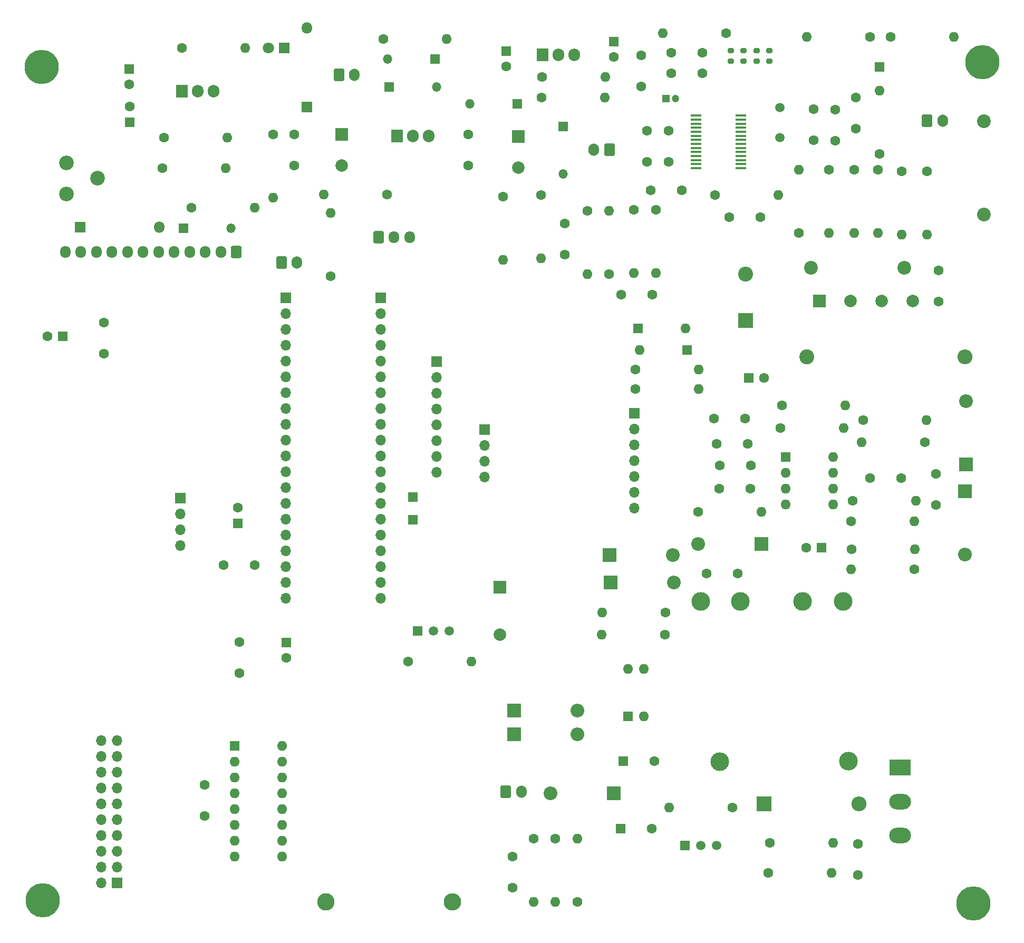
<source format=gbr>
%TF.GenerationSoftware,KiCad,Pcbnew,7.0.1-0*%
%TF.CreationDate,2023-03-17T10:33:11+01:00*%
%TF.ProjectId,EnAcess PCB,456e4163-6573-4732-9050-43422e6b6963,rev?*%
%TF.SameCoordinates,Original*%
%TF.FileFunction,Soldermask,Top*%
%TF.FilePolarity,Negative*%
%FSLAX46Y46*%
G04 Gerber Fmt 4.6, Leading zero omitted, Abs format (unit mm)*
G04 Created by KiCad (PCBNEW 7.0.1-0) date 2023-03-17 10:33:11*
%MOMM*%
%LPD*%
G01*
G04 APERTURE LIST*
G04 Aperture macros list*
%AMRoundRect*
0 Rectangle with rounded corners*
0 $1 Rounding radius*
0 $2 $3 $4 $5 $6 $7 $8 $9 X,Y pos of 4 corners*
0 Add a 4 corners polygon primitive as box body*
4,1,4,$2,$3,$4,$5,$6,$7,$8,$9,$2,$3,0*
0 Add four circle primitives for the rounded corners*
1,1,$1+$1,$2,$3*
1,1,$1+$1,$4,$5*
1,1,$1+$1,$6,$7*
1,1,$1+$1,$8,$9*
0 Add four rect primitives between the rounded corners*
20,1,$1+$1,$2,$3,$4,$5,0*
20,1,$1+$1,$4,$5,$6,$7,0*
20,1,$1+$1,$6,$7,$8,$9,0*
20,1,$1+$1,$8,$9,$2,$3,0*%
G04 Aperture macros list end*
%ADD10R,1.500000X1.500000*%
%ADD11O,1.500000X1.500000*%
%ADD12R,1.800000X1.800000*%
%ADD13O,1.800000X1.800000*%
%ADD14O,1.600000X1.600000*%
%ADD15R,1.600000X1.600000*%
%ADD16C,1.600000*%
%ADD17O,1.700000X2.000000*%
%ADD18RoundRect,0.250000X-0.600000X-0.750000X0.600000X-0.750000X0.600000X0.750000X-0.600000X0.750000X0*%
%ADD19C,2.000000*%
%ADD20R,2.000000X2.000000*%
%ADD21R,1.700000X1.700000*%
%ADD22O,1.700000X1.700000*%
%ADD23R,3.500000X2.500000*%
%ADD24O,3.500000X2.500000*%
%ADD25R,2.200000X2.200000*%
%ADD26O,2.200000X2.200000*%
%ADD27RoundRect,0.200000X0.275000X-0.200000X0.275000X0.200000X-0.275000X0.200000X-0.275000X-0.200000X0*%
%ADD28C,3.600000*%
%ADD29C,5.500000*%
%ADD30C,1.500000*%
%ADD31C,2.340000*%
%ADD32RoundRect,0.250000X0.600000X0.725000X-0.600000X0.725000X-0.600000X-0.725000X0.600000X-0.725000X0*%
%ADD33O,1.700000X1.950000*%
%ADD34C,0.100000*%
%ADD35C,3.000000*%
%ADD36R,1.200000X1.200000*%
%ADD37C,1.200000*%
%ADD38RoundRect,0.250000X-0.550000X-0.550000X0.550000X-0.550000X0.550000X0.550000X-0.550000X0.550000X0*%
%ADD39C,2.200000*%
%ADD40C,2.800000*%
%ADD41O,2.800000X2.800000*%
%ADD42C,1.800000*%
%ADD43RoundRect,0.250000X0.600000X0.750000X-0.600000X0.750000X-0.600000X-0.750000X0.600000X-0.750000X0*%
%ADD44R,1.905000X2.000000*%
%ADD45O,1.905000X2.000000*%
%ADD46R,1.750000X0.450000*%
%ADD47RoundRect,0.250000X-0.600000X-0.725000X0.600000X-0.725000X0.600000X0.725000X-0.600000X0.725000X0*%
%ADD48C,2.400000*%
%ADD49O,2.400000X2.400000*%
%ADD50R,2.400000X2.400000*%
G04 APERTURE END LIST*
D10*
%TO.C,D10*%
X42380000Y-47000000D03*
D11*
X50000000Y-47000000D03*
%TD*%
D12*
%TO.C,D20*%
X62200000Y-27500000D03*
D13*
X62200000Y-14800000D03*
%TD*%
D12*
%TO.C,D9*%
X25850000Y-46800000D03*
D13*
X38550000Y-46800000D03*
%TD*%
D14*
%TO.C,U10*%
X58200000Y-130100000D03*
X58200000Y-132640000D03*
X58200000Y-135180000D03*
X58200000Y-137720000D03*
X58200000Y-140260000D03*
X58200000Y-142800000D03*
X58200000Y-145340000D03*
X58200000Y-147880000D03*
X50580000Y-147880000D03*
X50580000Y-145340000D03*
X50580000Y-142800000D03*
X50580000Y-140260000D03*
X50580000Y-137720000D03*
X50580000Y-135180000D03*
X50580000Y-132640000D03*
D15*
X50580000Y-130100000D03*
%TD*%
D14*
%TO.C,R11*%
X64920000Y-41600000D03*
D16*
X75080000Y-41600000D03*
%TD*%
%TO.C,R4*%
X56800000Y-31920000D03*
D14*
X56800000Y-42080000D03*
%TD*%
D17*
%TO.C,J17*%
X60650000Y-52532500D03*
D18*
X58150000Y-52532500D03*
%TD*%
D10*
%TO.C,D13*%
X96015000Y-27000000D03*
D11*
X88395000Y-27000000D03*
%TD*%
D16*
%TO.C,C44*%
X45800000Y-136400000D03*
X45800000Y-141400000D03*
%TD*%
D19*
%TO.C,C4*%
X96200000Y-37232323D03*
D20*
X96200000Y-32232323D03*
%TD*%
D16*
%TO.C,R31*%
X138263000Y-79095600D03*
D14*
X148423000Y-79095600D03*
%TD*%
D16*
%TO.C,C15*%
X51409600Y-113476400D03*
X51409600Y-118476400D03*
%TD*%
%TO.C,R24*%
X102108000Y-145034000D03*
D14*
X102108000Y-155194000D03*
%TD*%
D20*
%TO.C,C20*%
X67818000Y-31933000D03*
D19*
X67818000Y-36933000D03*
%TD*%
D21*
%TO.C,J6*%
X58801000Y-58191400D03*
D22*
X58801000Y-60731400D03*
X58801000Y-63271400D03*
X58801000Y-65811400D03*
X58801000Y-68351400D03*
X58801000Y-70891400D03*
X58801000Y-73431400D03*
X58801000Y-75971400D03*
X58801000Y-78511400D03*
X58801000Y-81051400D03*
X58801000Y-83591400D03*
X58801000Y-86131400D03*
X58801000Y-88671400D03*
X58801000Y-91211400D03*
X58801000Y-93751400D03*
X58801000Y-96291400D03*
X58801000Y-98831400D03*
X58801000Y-101371400D03*
X58801000Y-103911400D03*
X58801000Y-106451400D03*
%TD*%
D15*
%TO.C,C26*%
X144881600Y-98298000D03*
D16*
X142381600Y-98298000D03*
%TD*%
%TO.C,C8*%
X60198000Y-31933000D03*
X60198000Y-36933000D03*
%TD*%
%TO.C,TH1*%
X163677600Y-53761000D03*
X163677600Y-58761000D03*
%TD*%
D23*
%TO.C,Q3*%
X157480000Y-133604000D03*
D24*
X157480000Y-139079000D03*
X157480000Y-144554000D03*
%TD*%
D25*
%TO.C,D7*%
X95504000Y-128270000D03*
D26*
X105664000Y-128270000D03*
%TD*%
D16*
%TO.C,C39*%
X130048000Y-45212000D03*
X135048000Y-45212000D03*
%TD*%
%TO.C,R17*%
X66040000Y-54686200D03*
D14*
X66040000Y-44526200D03*
%TD*%
D16*
%TO.C,R12*%
X161798000Y-37846000D03*
D14*
X161798000Y-48006000D03*
%TD*%
D27*
%TO.C,R50*%
X130302000Y-20129000D03*
X130302000Y-18479000D03*
%TD*%
D28*
%TO.C,H3*%
X169265600Y-155448000D03*
D29*
X169265600Y-155448000D03*
%TD*%
D10*
%TO.C,U6*%
X122961400Y-146156000D03*
D30*
X125501400Y-146156000D03*
X128041400Y-146156000D03*
%TD*%
D16*
%TO.C,C27*%
X131368800Y-102463600D03*
X126368800Y-102463600D03*
%TD*%
D18*
%TO.C,J13*%
X67350000Y-22332500D03*
D17*
X69850000Y-22332500D03*
%TD*%
D15*
%TO.C,D12*%
X123266200Y-66548000D03*
D14*
X115646200Y-66548000D03*
%TD*%
D16*
%TO.C,R45*%
X127762000Y-41656000D03*
D14*
X137922000Y-41656000D03*
%TD*%
D10*
%TO.C,Q2*%
X80035400Y-111713600D03*
D30*
X82575400Y-111713600D03*
X85115400Y-111713600D03*
%TD*%
D18*
%TO.C,J8*%
X161798000Y-29718000D03*
D17*
X164298000Y-29718000D03*
%TD*%
D16*
%TO.C,C37*%
X120690000Y-22098000D03*
X125690000Y-22098000D03*
%TD*%
%TO.C,R23*%
X161417000Y-81356200D03*
D14*
X151257000Y-81356200D03*
%TD*%
D16*
%TO.C,R34*%
X114935000Y-69646800D03*
D14*
X125095000Y-69646800D03*
%TD*%
D31*
%TO.C,RV2*%
X23575000Y-41461200D03*
X28575000Y-38961200D03*
X23575000Y-36461200D03*
%TD*%
D15*
%TO.C,C5*%
X23037800Y-64389000D03*
D16*
X20537800Y-64389000D03*
%TD*%
D32*
%TO.C,J2*%
X50912400Y-50800000D03*
D33*
X48412400Y-50800000D03*
X45912400Y-50800000D03*
X43412400Y-50800000D03*
X40912400Y-50800000D03*
X38412400Y-50800000D03*
X35912400Y-50800000D03*
X33412400Y-50800000D03*
X30912400Y-50800000D03*
X28412400Y-50800000D03*
X25912400Y-50800000D03*
X23412400Y-50800000D03*
%TD*%
D34*
%TO.C,TR1*%
X143932500Y-109830500D03*
X148932500Y-109830500D03*
D35*
X128485500Y-132690500D03*
X149186500Y-132563500D03*
X125437500Y-106909500D03*
X131787500Y-106909500D03*
X141820500Y-106909500D03*
X148297500Y-106909500D03*
%TD*%
D16*
%TO.C,C40*%
X143586200Y-32893000D03*
X143586200Y-27893000D03*
%TD*%
%TO.C,C12*%
X115874800Y-19191600D03*
X115874800Y-24191600D03*
%TD*%
%TO.C,R27*%
X138480800Y-75412600D03*
D14*
X148640800Y-75412600D03*
%TD*%
D16*
%TO.C,R37*%
X136550400Y-145694400D03*
D14*
X146710400Y-145694400D03*
%TD*%
D15*
%TO.C,C31*%
X133160888Y-71043800D03*
D16*
X135660888Y-71043800D03*
%TD*%
%TO.C,C32*%
X117388000Y-40894000D03*
X122388000Y-40894000D03*
%TD*%
D15*
%TO.C,C21*%
X33756600Y-29972000D03*
D16*
X33756600Y-27472000D03*
%TD*%
%TO.C,C23*%
X152628600Y-87147400D03*
X157628600Y-87147400D03*
%TD*%
%TO.C,C38*%
X150368000Y-30988000D03*
X150368000Y-25988000D03*
%TD*%
%TO.C,R19*%
X98602800Y-145034000D03*
D14*
X98602800Y-155194000D03*
%TD*%
D25*
%TO.C,D14*%
X167894000Y-89204800D03*
D26*
X167894000Y-99364800D03*
%TD*%
D16*
%TO.C,R47*%
X99822000Y-41656000D03*
D14*
X99822000Y-51816000D03*
%TD*%
D16*
%TO.C,R43*%
X141224000Y-47752000D03*
D14*
X141224000Y-37592000D03*
%TD*%
D21*
%TO.C,J12*%
X41910000Y-90307000D03*
D22*
X41910000Y-92847000D03*
X41910000Y-95387000D03*
X41910000Y-97927000D03*
%TD*%
D28*
%TO.C,H4*%
X19812000Y-154940000D03*
D29*
X19812000Y-154940000D03*
%TD*%
D25*
%TO.C,D16*%
X110794800Y-99466400D03*
D26*
X120954800Y-99466400D03*
%TD*%
D16*
%TO.C,R9*%
X114706400Y-44069000D03*
D14*
X114706400Y-54229000D03*
%TD*%
D16*
%TO.C,R5*%
X99999800Y-22682200D03*
D14*
X110159800Y-22682200D03*
%TD*%
D16*
%TO.C,R36*%
X130530600Y-140081000D03*
D14*
X120370600Y-140081000D03*
%TD*%
D25*
%TO.C,D8*%
X111480000Y-137800000D03*
D26*
X101320000Y-137800000D03*
%TD*%
D36*
%TO.C,C35*%
X119912000Y-26162000D03*
D37*
X121412000Y-26162000D03*
%TD*%
D28*
%TO.C,H1*%
X170688000Y-20320000D03*
D29*
X170688000Y-20320000D03*
%TD*%
D16*
%TO.C,R16*%
X129489200Y-15671800D03*
D14*
X119329200Y-15671800D03*
%TD*%
D15*
%TO.C,C2*%
X94234000Y-18542000D03*
D16*
X94234000Y-21042000D03*
%TD*%
D38*
%TO.C,J15*%
X79248000Y-90200000D03*
%TD*%
D39*
%TO.C,C10*%
X158122000Y-53340000D03*
X143122000Y-53340000D03*
%TD*%
D16*
%TO.C,R28*%
X149606000Y-94107000D03*
D14*
X159766000Y-94107000D03*
%TD*%
D10*
%TO.C,D2*%
X75433000Y-24313000D03*
D11*
X83053000Y-24313000D03*
%TD*%
D16*
%TO.C,R15*%
X157734000Y-37846000D03*
D14*
X157734000Y-48006000D03*
%TD*%
D16*
%TO.C,R33*%
X105664000Y-155194000D03*
D14*
X105664000Y-145034000D03*
%TD*%
D15*
%TO.C,U1*%
X139085800Y-83728400D03*
D14*
X139085800Y-86268400D03*
X139085800Y-88808400D03*
X139085800Y-91348400D03*
X146705800Y-91348400D03*
X146705800Y-88808400D03*
X146705800Y-86268400D03*
X146705800Y-83728400D03*
%TD*%
D16*
%TO.C,R1*%
X78486000Y-116586000D03*
D14*
X88646000Y-116586000D03*
%TD*%
D16*
%TO.C,C11*%
X53873400Y-101092000D03*
X48873400Y-101092000D03*
%TD*%
D40*
%TO.C,R18*%
X65240000Y-155200000D03*
D41*
X85560000Y-155200000D03*
%TD*%
D16*
%TO.C,R29*%
X149834600Y-90728800D03*
D14*
X159994600Y-90728800D03*
%TD*%
D16*
%TO.C,R20*%
X119735600Y-112268000D03*
D14*
X109575600Y-112268000D03*
%TD*%
D18*
%TO.C,J7*%
X94150000Y-137532500D03*
D17*
X96650000Y-137532500D03*
%TD*%
D38*
%TO.C,J16*%
X79248000Y-93800000D03*
%TD*%
D12*
%TO.C,D1*%
X58540000Y-18000000D03*
D42*
X56000000Y-18000000D03*
%TD*%
D16*
%TO.C,R3*%
X42120000Y-18034000D03*
D14*
X52280000Y-18034000D03*
%TD*%
D15*
%TO.C,C3*%
X58953400Y-113512523D03*
D16*
X58953400Y-116012523D03*
%TD*%
D43*
%TO.C,J10*%
X110805600Y-34366200D03*
D17*
X108305600Y-34366200D03*
%TD*%
D16*
%TO.C,C41*%
X147066000Y-27965400D03*
X147066000Y-32965400D03*
%TD*%
D21*
%TO.C,J11*%
X114833000Y-76728000D03*
D22*
X114833000Y-79268000D03*
X114833000Y-81808000D03*
X114833000Y-84348000D03*
X114833000Y-86888000D03*
X114833000Y-89428000D03*
X114833000Y-91968000D03*
%TD*%
D16*
%TO.C,C22*%
X128437000Y-88798400D03*
X133437000Y-88798400D03*
%TD*%
%TO.C,R54*%
X155956000Y-16256000D03*
D14*
X166116000Y-16256000D03*
%TD*%
D25*
%TO.C,D17*%
X168046400Y-84937600D03*
D26*
X168046400Y-74777600D03*
%TD*%
D16*
%TO.C,R41*%
X150114000Y-37592000D03*
D14*
X150114000Y-47752000D03*
%TD*%
D25*
%TO.C,D3*%
X135229600Y-97713800D03*
D26*
X125069600Y-97713800D03*
%TD*%
D27*
%TO.C,R51*%
X136461000Y-20129000D03*
X136461000Y-18479000D03*
%TD*%
D28*
%TO.C,H1*%
X19608800Y-21056600D03*
D29*
X19608800Y-21056600D03*
%TD*%
D15*
%TO.C,U4*%
X113761600Y-125389800D03*
D14*
X116301600Y-125389800D03*
X116301600Y-117769800D03*
X113761600Y-117769800D03*
%TD*%
D16*
%TO.C,C34*%
X116789200Y-36322000D03*
X116789200Y-31322000D03*
%TD*%
D44*
%TO.C,U5*%
X42164000Y-25024200D03*
D45*
X44704000Y-25024200D03*
X47244000Y-25024200D03*
%TD*%
D30*
%TO.C,8.192MHz1*%
X138125200Y-27572800D03*
X138125200Y-32472800D03*
%TD*%
D16*
%TO.C,R32*%
X125044200Y-92506800D03*
D14*
X135204200Y-92506800D03*
%TD*%
D46*
%TO.C,U8*%
X124695400Y-28896600D03*
X124695400Y-29546600D03*
X124695400Y-30196600D03*
X124695400Y-30846600D03*
X124695400Y-31496600D03*
X124695400Y-32146600D03*
X124695400Y-32796600D03*
X124695400Y-33446600D03*
X124695400Y-34096600D03*
X124695400Y-34746600D03*
X124695400Y-35396600D03*
X124695400Y-36046600D03*
X124695400Y-36696600D03*
X124695400Y-37346600D03*
X131895400Y-37346600D03*
X131895400Y-36696600D03*
X131895400Y-36046600D03*
X131895400Y-35396600D03*
X131895400Y-34746600D03*
X131895400Y-34096600D03*
X131895400Y-33446600D03*
X131895400Y-32796600D03*
X131895400Y-32146600D03*
X131895400Y-31496600D03*
X131895400Y-30846600D03*
X131895400Y-30196600D03*
X131895400Y-29546600D03*
X131895400Y-28896600D03*
%TD*%
D16*
%TO.C,R14*%
X38989000Y-37312600D03*
D14*
X49149000Y-37312600D03*
%TD*%
D16*
%TO.C,C33*%
X125690000Y-18796000D03*
X120690000Y-18796000D03*
%TD*%
%TO.C,C24*%
X127979800Y-81610200D03*
X132979800Y-81610200D03*
%TD*%
%TO.C,R10*%
X107264200Y-44221400D03*
D14*
X107264200Y-54381400D03*
%TD*%
D16*
%TO.C,C17*%
X150723600Y-150886800D03*
X150723600Y-145886800D03*
%TD*%
D25*
%TO.C,D15*%
X110947200Y-103911400D03*
D26*
X121107200Y-103911400D03*
%TD*%
D16*
%TO.C,C29*%
X112714400Y-57658000D03*
X117714400Y-57658000D03*
%TD*%
%TO.C,C25*%
X163195000Y-86450800D03*
X163195000Y-91450800D03*
%TD*%
%TO.C,R25*%
X149682200Y-98590100D03*
D14*
X159842200Y-98590100D03*
%TD*%
D47*
%TO.C,J9*%
X73700000Y-48468000D03*
D33*
X76200000Y-48468000D03*
X78700000Y-48468000D03*
%TD*%
D16*
%TO.C,R55*%
X152654000Y-16256000D03*
D14*
X142494000Y-16256000D03*
%TD*%
D48*
%TO.C,R30*%
X142494000Y-67665600D03*
D49*
X167894000Y-67665600D03*
%TD*%
D16*
%TO.C,R6*%
X99872800Y-25958800D03*
D14*
X110032800Y-25958800D03*
%TD*%
D15*
%TO.C,C30*%
X112597349Y-143400000D03*
D16*
X117597349Y-143400000D03*
%TD*%
%TO.C,R26*%
X159715200Y-101800000D03*
D14*
X149555200Y-101800000D03*
%TD*%
D44*
%TO.C,U7*%
X100101400Y-19182200D03*
D45*
X102641400Y-19182200D03*
X105181400Y-19182200D03*
%TD*%
D15*
%TO.C,C19*%
X33680400Y-21400801D03*
D16*
X33680400Y-23900801D03*
%TD*%
D44*
%TO.C,U2*%
X76708000Y-32187000D03*
D45*
X79248000Y-32187000D03*
X81788000Y-32187000D03*
%TD*%
D10*
%TO.C,D6*%
X103378000Y-30658000D03*
D11*
X103378000Y-38278000D03*
%TD*%
D21*
%TO.C,J4*%
X31755000Y-152141000D03*
D22*
X29215000Y-152141000D03*
X31755000Y-149601000D03*
X29215000Y-149601000D03*
X31755000Y-147061000D03*
X29215000Y-147061000D03*
X31755000Y-144521000D03*
X29215000Y-144521000D03*
X31755000Y-141981000D03*
X29215000Y-141981000D03*
X31755000Y-139441000D03*
X29215000Y-139441000D03*
X31755000Y-136901000D03*
X29215000Y-136901000D03*
X31755000Y-134361000D03*
X29215000Y-134361000D03*
X31755000Y-131821000D03*
X29215000Y-131821000D03*
X31755000Y-129281000D03*
X29215000Y-129281000D03*
%TD*%
D27*
%TO.C,R48*%
X134429000Y-20129000D03*
X134429000Y-18479000D03*
%TD*%
D16*
%TO.C,R46*%
X93726000Y-41910000D03*
D14*
X93726000Y-52070000D03*
%TD*%
D27*
%TO.C,R49*%
X132334000Y-20129000D03*
X132334000Y-18479000D03*
%TD*%
D16*
%TO.C,R38*%
X136321800Y-150520400D03*
D14*
X146481800Y-150520400D03*
%TD*%
D15*
%TO.C,C1*%
X111506000Y-17018000D03*
D16*
X111506000Y-19518000D03*
%TD*%
D15*
%TO.C,C6*%
X51130200Y-94411877D03*
D16*
X51130200Y-91911877D03*
%TD*%
D38*
%TO.C,J14*%
X154178000Y-21082000D03*
%TD*%
D16*
%TO.C,R7*%
X118237000Y-44018200D03*
D14*
X118237000Y-54178200D03*
%TD*%
D20*
%TO.C,D11*%
X144485300Y-58666100D03*
D19*
X149485300Y-58666100D03*
X154485300Y-58666100D03*
X159485300Y-58666100D03*
%TD*%
D16*
%TO.C,R8*%
X110693200Y-54356000D03*
D14*
X110693200Y-44196000D03*
%TD*%
D16*
%TO.C,C14*%
X88138000Y-31933000D03*
X88138000Y-36933000D03*
%TD*%
D10*
%TO.C,D4*%
X82809000Y-19812000D03*
D11*
X75189000Y-19812000D03*
%TD*%
D16*
%TO.C,C18*%
X128473200Y-85115400D03*
X133473200Y-85115400D03*
%TD*%
D21*
%TO.C,J3*%
X83007200Y-68376800D03*
D22*
X83007200Y-70916800D03*
X83007200Y-73456800D03*
X83007200Y-75996800D03*
X83007200Y-78536800D03*
X83007200Y-81076800D03*
X83007200Y-83616800D03*
X83007200Y-86156800D03*
%TD*%
D15*
%TO.C,D18*%
X115392200Y-63093600D03*
D14*
X123012200Y-63093600D03*
%TD*%
D25*
%TO.C,D5*%
X95504000Y-124460000D03*
D26*
X105664000Y-124460000D03*
%TD*%
D16*
%TO.C,R35*%
X114935000Y-72821800D03*
D14*
X125095000Y-72821800D03*
%TD*%
D16*
%TO.C,C13*%
X29591000Y-67143000D03*
X29591000Y-62143000D03*
%TD*%
D50*
%TO.C,C9*%
X132689600Y-61839067D03*
D48*
X132689600Y-54339067D03*
%TD*%
D16*
%TO.C,R2*%
X43688000Y-43688000D03*
D14*
X53848000Y-43688000D03*
%TD*%
D16*
%TO.C,R13*%
X39243000Y-32435800D03*
D14*
X49403000Y-32435800D03*
%TD*%
D16*
%TO.C,C7*%
X95250000Y-152908000D03*
X95250000Y-147908000D03*
%TD*%
%TO.C,R40*%
X153924000Y-37592000D03*
D14*
X153924000Y-47752000D03*
%TD*%
D16*
%TO.C,C16*%
X127548000Y-77597000D03*
X132548000Y-77597000D03*
%TD*%
%TO.C,R21*%
X119786400Y-108712000D03*
D14*
X109626400Y-108712000D03*
%TD*%
D20*
%TO.C,BZ1*%
X93218000Y-104648000D03*
D19*
X93218000Y-112248000D03*
%TD*%
D16*
%TO.C,R22*%
X151561800Y-77774800D03*
D14*
X161721800Y-77774800D03*
%TD*%
D16*
%TO.C,R44*%
X154178000Y-35052000D03*
D14*
X154178000Y-24892000D03*
%TD*%
D16*
%TO.C,C42*%
X103632000Y-51268000D03*
X103632000Y-46268000D03*
%TD*%
D21*
%TO.C,J1*%
X90728800Y-79349600D03*
D22*
X90728800Y-81889600D03*
X90728800Y-84429600D03*
X90728800Y-86969600D03*
%TD*%
D16*
%TO.C,C36*%
X120269000Y-36322000D03*
X120269000Y-31322000D03*
%TD*%
%TO.C,R42*%
X146050000Y-37592000D03*
D14*
X146050000Y-47752000D03*
%TD*%
D50*
%TO.C,D19*%
X135636000Y-139446000D03*
D49*
X150876000Y-139446000D03*
%TD*%
D15*
%TO.C,C28*%
X112997349Y-132588000D03*
D16*
X117997349Y-132588000D03*
%TD*%
%TO.C,R39*%
X74520000Y-16600000D03*
D14*
X84680000Y-16600000D03*
%TD*%
D21*
%TO.C,J5*%
X74041000Y-58191400D03*
D22*
X74041000Y-60731400D03*
X74041000Y-63271400D03*
X74041000Y-65811400D03*
X74041000Y-68351400D03*
X74041000Y-70891400D03*
X74041000Y-73431400D03*
X74041000Y-75971400D03*
X74041000Y-78511400D03*
X74041000Y-81051400D03*
X74041000Y-83591400D03*
X74041000Y-86131400D03*
X74041000Y-88671400D03*
X74041000Y-91211400D03*
X74041000Y-93751400D03*
X74041000Y-96291400D03*
X74041000Y-98831400D03*
X74041000Y-101371400D03*
X74041000Y-103911400D03*
X74041000Y-106451400D03*
%TD*%
D39*
%TO.C,C43*%
X170942000Y-29838000D03*
X170942000Y-44838000D03*
%TD*%
M02*

</source>
